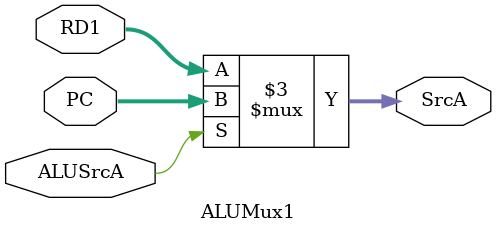
<source format=sv>
module ALUMux1 (
    input logic [31:0] RD1,
    input logic [31:0] PC,
    input logic ALUSrcA,
    output logic [31:0] SrcA
);

always_comb begin
        if (ALUSrcA) 
            SrcA=PC;
        else 
            SrcA=RD1;
    end

endmodule

</source>
